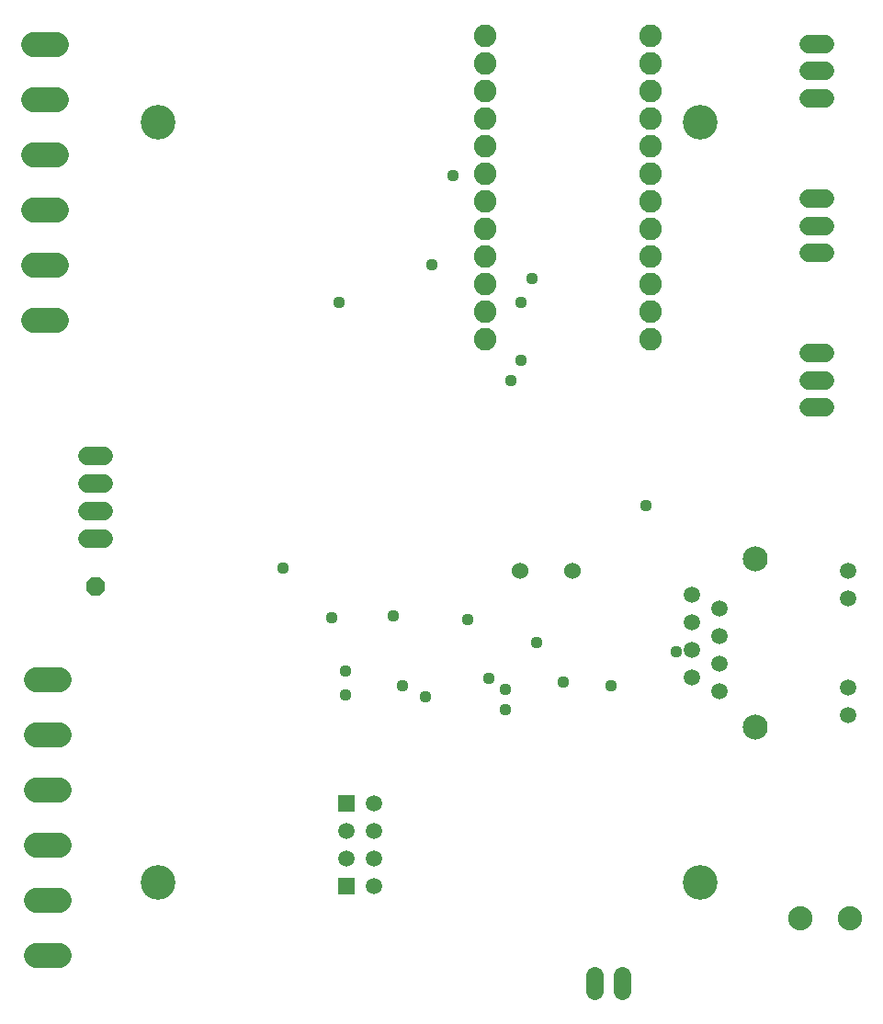
<source format=gbr>
G04 EAGLE Gerber RS-274X export*
G75*
%MOMM*%
%FSLAX34Y34*%
%LPD*%
%AMOC8*
5,1,8,0,0,1.08239X$1,22.5*%
G01*
%ADD10C,3.203200*%
%ADD11C,2.235200*%
%ADD12C,1.625600*%
%ADD13C,1.727200*%
%ADD14R,1.511200X1.511200*%
%ADD15C,1.511200*%
%ADD16C,2.082800*%
%ADD17C,2.298700*%
%ADD18C,1.524000*%
%ADD19C,2.303200*%
%ADD20P,1.852186X8X292.500000*%
%ADD21C,1.109600*%


D10*
X172500Y832500D03*
X672500Y832500D03*
X172500Y132500D03*
X672500Y132500D03*
D11*
X810000Y100000D03*
X764280Y100000D03*
D12*
X600200Y47112D02*
X600200Y32888D01*
X574800Y32888D02*
X574800Y47112D01*
D13*
X772380Y620000D02*
X787620Y620000D01*
X787620Y595000D02*
X772380Y595000D01*
X772380Y570000D02*
X787620Y570000D01*
X787620Y762500D02*
X772380Y762500D01*
X772380Y737500D02*
X787620Y737500D01*
X787620Y712500D02*
X772380Y712500D01*
D14*
X346375Y129250D03*
X346375Y205450D03*
D15*
X346375Y154650D03*
X346375Y180050D03*
X371775Y180050D03*
X371775Y154650D03*
X371775Y129250D03*
X371775Y205450D03*
D16*
X626200Y633000D03*
X626200Y658400D03*
X626200Y683800D03*
X626200Y709200D03*
X626200Y734600D03*
X626200Y760000D03*
X626200Y785400D03*
X626200Y810800D03*
X626200Y836200D03*
X626200Y861600D03*
X626200Y887000D03*
X626200Y912400D03*
X473800Y912400D03*
X473800Y887000D03*
X473800Y861600D03*
X473800Y836200D03*
X473800Y810800D03*
X473800Y785400D03*
X473800Y760000D03*
X473800Y734600D03*
X473800Y709200D03*
X473800Y683800D03*
X473800Y658400D03*
X473800Y633000D03*
D17*
X78778Y904500D02*
X57823Y904500D01*
X57823Y853700D02*
X78778Y853700D01*
X78778Y650500D02*
X57823Y650500D01*
X57823Y802900D02*
X78778Y802900D01*
X78778Y752100D02*
X57823Y752100D01*
X57823Y701300D02*
X78778Y701300D01*
X81278Y319500D02*
X60323Y319500D01*
X60323Y268700D02*
X81278Y268700D01*
X81278Y65500D02*
X60323Y65500D01*
X60323Y217900D02*
X81278Y217900D01*
X81278Y167100D02*
X60323Y167100D01*
X60323Y116300D02*
X81278Y116300D01*
D13*
X772380Y905000D02*
X787620Y905000D01*
X787620Y880000D02*
X772380Y880000D01*
X772380Y855000D02*
X787620Y855000D01*
D18*
X505870Y420000D03*
X554130Y420000D03*
D19*
X722700Y275750D03*
X722700Y430650D03*
D15*
X808400Y419450D03*
X808400Y394050D03*
X808400Y312350D03*
X808400Y286950D03*
X664300Y397600D03*
X664300Y372200D03*
X664300Y346800D03*
X664300Y321400D03*
X689700Y385000D03*
X689700Y359600D03*
X689700Y334200D03*
X689700Y308800D03*
D13*
X122620Y449400D02*
X107380Y449400D01*
X107380Y474800D02*
X122620Y474800D01*
X122620Y500200D02*
X107380Y500200D01*
X107380Y525600D02*
X122620Y525600D01*
D20*
X115000Y405000D03*
D21*
X424875Y701250D03*
X492250Y310750D03*
X492250Y291500D03*
X521125Y353375D03*
X477125Y320375D03*
X389125Y378125D03*
X507375Y613250D03*
X507375Y666875D03*
X332750Y376750D03*
X287375Y422125D03*
X339625Y666875D03*
X497750Y595375D03*
X517000Y688875D03*
X444125Y783750D03*
X345000Y305000D03*
X345000Y327500D03*
X397375Y313500D03*
X589875Y313500D03*
X650375Y345125D03*
X419375Y303875D03*
X545875Y317625D03*
X457500Y375000D03*
X622500Y480000D03*
M02*

</source>
